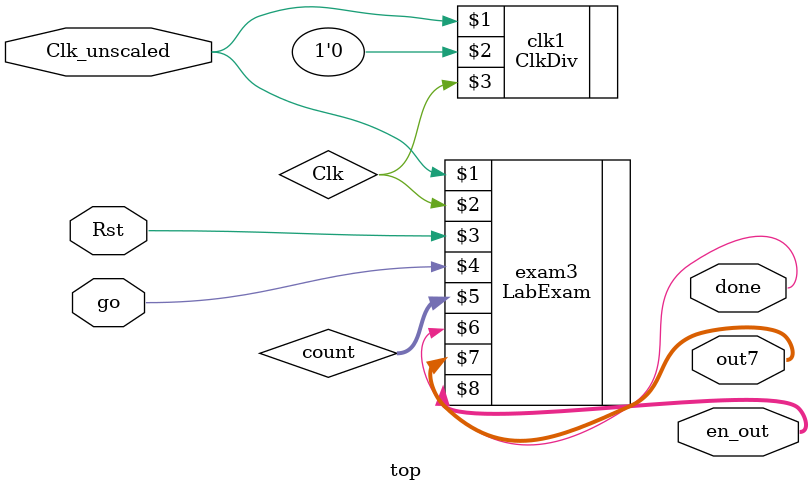
<source format=v>
`timescale 1ns/1ps

module top(Clk_unscaled, Rst, go, out7, en_out,
					done);
	input Clk_unscaled, Rst, go;
	wire[6:0] count;
	output wire[6:0] out7;
	output wire[7:0] en_out;
	output wire done;
	//output wire Clk_unscaled;

	// wires
	wire Clk;

	ClkDiv clk1(Clk_unscaled, 1'b0, Clk);

	LabExam exam3(Clk_unscaled, Clk, Rst, go, count, done,
						out7, en_out);

	endmodule


</source>
